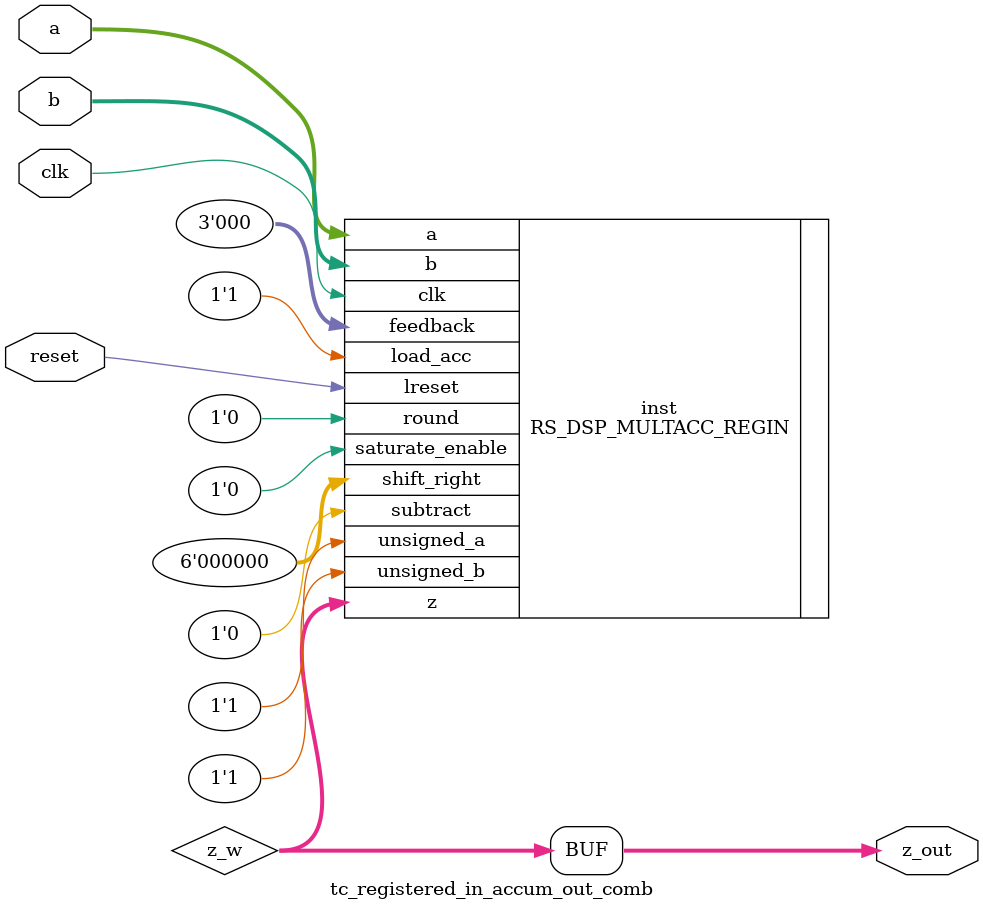
<source format=v>
module tc_registered_in_accum_out_comb (
	input  wire [19:0] a,
    input  wire [17:0] b,
	input wire clk, reset,
    output wire [37:0] z_out
    );

    parameter [79:0] MODE_BITS = 80'd0;
    
    wire [37:0] z_w;
	RS_DSP_MULTACC_REGIN #(
    .MODE_BITS(80'h00000000000000000000)) 
        inst(.a(a), .b(b), .z(z_w),.clk(clk), .lreset(reset),.load_acc(1'b1) ,.feedback(3'b0), 
        .unsigned_a(1'b1), .unsigned_b(1'b1), .saturate_enable(1'b0),.shift_right(6'b0),
        .round(1'b0),.subtract(1'b0));
	
    assign z_out = z_w;

endmodule

</source>
